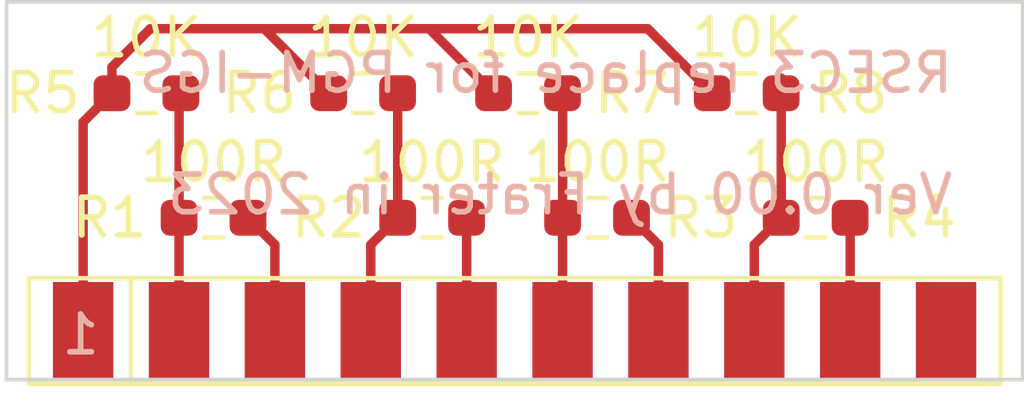
<source format=kicad_pcb>
(kicad_pcb (version 20221018) (generator pcbnew)
  (layers (0 "F.Cu" signal) (31 "B.Cu" signal) (34 "B.Paste" user) (35 "F.Paste" user) (36 "B.SilkS" user "B.Silkscreen") (37 "F.SilkS" user "F.Silkscreen") (38 "B.Mask" user) (39 "F.Mask" user) (44 "Edge.Cuts" user))
  (net 0 "")
  (net 1 "Net-(RSEC1-Input1)")
  (net 2 "Net-(RSEC1-Output1)")
  (net 3 "Net-(RSEC1-Input2)")
  (net 4 "Net-(RSEC1-Output2)")
  (net 5 "Net-(RSEC1-Input3)")
  (net 6 "Net-(RSEC1-Output3)")
  (net 7 "Net-(RSEC1-Input4)")
  (net 8 "Net-(RSEC1-Output4)")
  (net 9 "Net-(RSEC1-VCC)")
  (footprint "frater_Custom_Library:R_0603_1608Metric_Pad0.98x0.95mm_HandSolder_CUSTOM" (layer "F.Cu") (at 136.9587 74.2)
    (fp_text reference "R8" (at 1.6764 0) (layer "F.SilkS") (effects (justify left)))
    (fp_text value "10K" (at 0 -1.4732) (layer "F.SilkS"))
    (fp_line (start -0.254724 -0.5225) (end 0.254724 -0.5225) (stroke (width 0.12)) (layer "F.SilkS"))
    (fp_line (start -0.254724 0.5225) (end 0.254724 0.5225) (stroke (width 0.12)) (layer "F.SilkS"))
    (pad "1" smd roundrect (at -0.9125 0) (size 0.975 0.95) (layers "F.Cu" "F.Paste" "F.Mask") (net 9 "Net-(RSEC1-VCC)"))
    (pad "2" smd roundrect (at 0.9125 0) (size 0.975 0.95) (layers "F.Cu" "F.Paste" "F.Mask") (net 7 "Net-(RSEC1-Input4)"))
  )
  (footprint "frater_Custom_Library:R_0603_1608Metric_Pad0.98x0.95mm_HandSolder_CUSTOM" (layer "F.Cu") (at 132.9944 77.5)
    (fp_text reference "R3" (at 1.6764 0) (layer "F.SilkS") (effects (justify left)))
    (fp_text value "100R" (at 0 -1.4732) (layer "F.SilkS"))
    (fp_line (start -0.254724 -0.5225) (end 0.254724 -0.5225) (stroke (width 0.12)) (layer "F.SilkS"))
    (fp_line (start -0.254724 0.5225) (end 0.254724 0.5225) (stroke (width 0.12)) (layer "F.SilkS"))
    (pad "1" smd roundrect (at -0.9125 0) (size 0.975 0.95) (layers "F.Cu" "F.Paste" "F.Mask") (net 5 "Net-(RSEC1-Input3)"))
    (pad "2" smd roundrect (at 0.9125 0) (size 0.975 0.95) (layers "F.Cu" "F.Paste" "F.Mask") (net 6 "Net-(RSEC1-Output3)"))
  )
  (footprint "frater_Custom_Library:RSEC3_PCB_Custom" (layer "F.Cu") (at 119.38 80.5)
    (fp_text reference "RSEC1" hide)
    (fp_text value "" hide)
    (fp_line (start -1.44 -1.4) (end -1.44 1.4) (stroke (width 0.12)) (layer "F.SilkS"))
    (fp_line (start -1.44 1.4) (end 24.3 1.4) (stroke (width 0.12)) (layer "F.SilkS"))
    (fp_line (start 1.27 -1.4) (end 1.27 1.4) (stroke (width 0.12)) (layer "F.SilkS"))
    (fp_line (start 24.3 -1.4) (end -1.44 -1.4) (stroke (width 0.12)) (layer "F.SilkS"))
    (fp_line (start 24.3 1.4) (end 24.3 -1.4) (stroke (width 0.12)) (layer "F.SilkS"))
    (pad "1" smd rect (at 0 0) (size 1.6 2.6) (layers "F.Cu" "F.Paste" "F.Mask") (net 9 "Net-(RSEC1-VCC)"))
    (pad "2" smd rect (at 2.54 0) (size 1.6 2.6) (layers "F.Cu" "F.Paste" "F.Mask") (net 1 "Net-(RSEC1-Input1)"))
    (pad "3" smd rect (at 5.08 0) (size 1.6 2.6) (layers "F.Cu" "F.Paste" "F.Mask") (net 2 "Net-(RSEC1-Output1)"))
    (pad "4" smd rect (at 7.62 0) (size 1.6 2.6) (layers "F.Cu" "F.Paste" "F.Mask") (net 3 "Net-(RSEC1-Input2)"))
    (pad "5" smd rect (at 10.16 0) (size 1.6 2.6) (layers "F.Cu" "F.Paste" "F.Mask") (net 4 "Net-(RSEC1-Output2)"))
    (pad "6" smd rect (at 12.7 0) (size 1.6 2.6) (layers "F.Cu" "F.Paste" "F.Mask") (net 5 "Net-(RSEC1-Input3)"))
    (pad "7" smd rect (at 15.24 0) (size 1.6 2.6) (layers "F.Cu" "F.Paste" "F.Mask") (net 6 "Net-(RSEC1-Output3)"))
    (pad "8" smd rect (at 17.78 0) (size 1.6 2.6) (layers "F.Cu" "F.Paste" "F.Mask") (net 7 "Net-(RSEC1-Input4)"))
    (pad "9" smd rect (at 20.32 0) (size 1.6 2.6) (layers "F.Cu" "F.Paste" "F.Mask") (net 8 "Net-(RSEC1-Output4)"))
    (pad "10" smd rect (at 22.86 0) (size 1.6 2.6) (layers "F.Cu" "F.Paste" "F.Mask"))
  )
  (footprint "frater_Custom_Library:R_0603_1608Metric_Pad0.98x0.95mm_HandSolder_CUSTOM" (layer "F.Cu") (at 126.7968 74.2)
    (fp_text reference "R6" (at -1.6764 0) (layer "F.SilkS") (effects (justify right)))
    (fp_text value "10K" (at 0 -1.4732) (layer "F.SilkS"))
    (fp_line (start -0.254724 -0.5225) (end 0.254724 -0.5225) (stroke (width 0.12)) (layer "F.SilkS"))
    (fp_line (start -0.254724 0.5225) (end 0.254724 0.5225) (stroke (width 0.12)) (layer "F.SilkS"))
    (pad "1" smd roundrect (at -0.9125 0) (size 0.975 0.95) (layers "F.Cu" "F.Paste" "F.Mask") (net 9 "Net-(RSEC1-VCC)"))
    (pad "2" smd roundrect (at 0.9125 0) (size 0.975 0.95) (layers "F.Cu" "F.Paste" "F.Mask") (net 3 "Net-(RSEC1-Input2)"))
  )
  (footprint "frater_Custom_Library:R_0603_1608Metric_Pad0.98x0.95mm_HandSolder_CUSTOM" (layer "F.Cu") (at 131.1656 74.2)
    (fp_text reference "R7" (at 1.6764 0) (layer "F.SilkS") (effects (justify left)))
    (fp_text value "10K" (at 0 -1.4732) (layer "F.SilkS"))
    (fp_line (start -0.254724 -0.5225) (end 0.254724 -0.5225) (stroke (width 0.12)) (layer "F.SilkS"))
    (fp_line (start -0.254724 0.5225) (end 0.254724 0.5225) (stroke (width 0.12)) (layer "F.SilkS"))
    (pad "1" smd roundrect (at -0.9125 0) (size 0.975 0.95) (layers "F.Cu" "F.Paste" "F.Mask") (net 9 "Net-(RSEC1-VCC)"))
    (pad "2" smd roundrect (at 0.9125 0) (size 0.975 0.95) (layers "F.Cu" "F.Paste" "F.Mask") (net 5 "Net-(RSEC1-Input3)"))
  )
  (footprint "frater_Custom_Library:R_0603_1608Metric_Pad0.98x0.95mm_HandSolder_CUSTOM" (layer "F.Cu") (at 138.7856 77.5)
    (fp_text reference "R4" (at 1.6764 0) (layer "F.SilkS") (effects (justify left)))
    (fp_text value "100R" (at 0 -1.4732) (layer "F.SilkS"))
    (fp_line (start -0.254724 -0.5225) (end 0.254724 -0.5225) (stroke (width 0.12)) (layer "F.SilkS"))
    (fp_line (start -0.254724 0.5225) (end 0.254724 0.5225) (stroke (width 0.12)) (layer "F.SilkS"))
    (pad "1" smd roundrect (at -0.9125 0) (size 0.975 0.95) (layers "F.Cu" "F.Paste" "F.Mask") (net 7 "Net-(RSEC1-Input4)"))
    (pad "2" smd roundrect (at 0.9125 0) (size 0.975 0.95) (layers "F.Cu" "F.Paste" "F.Mask") (net 8 "Net-(RSEC1-Output4)"))
  )
  (footprint "frater_Custom_Library:R_0603_1608Metric_Pad0.98x0.95mm_HandSolder_CUSTOM" (layer "F.Cu") (at 122.8344 77.5)
    (fp_text reference "R1" (at -1.6764 0) (layer "F.SilkS") (effects (justify right)))
    (fp_text value "100R" (at 0 -1.4732) (layer "F.SilkS"))
    (fp_line (start -0.254724 -0.5225) (end 0.254724 -0.5225) (stroke (width 0.12)) (layer "F.SilkS"))
    (fp_line (start -0.254724 0.5225) (end 0.254724 0.5225) (stroke (width 0.12)) (layer "F.SilkS"))
    (pad "1" smd roundrect (at -0.9125 0) (size 0.975 0.95) (layers "F.Cu" "F.Paste" "F.Mask") (net 1 "Net-(RSEC1-Input1)"))
    (pad "2" smd roundrect (at 0.9125 0) (size 0.975 0.95) (layers "F.Cu" "F.Paste" "F.Mask") (net 2 "Net-(RSEC1-Output1)"))
  )
  (footprint "frater_Custom_Library:R_0603_1608Metric_Pad0.98x0.95mm_HandSolder_CUSTOM" (layer "F.Cu") (at 128.6256 77.5)
    (fp_text reference "R2" (at -1.6764 0) (layer "F.SilkS") (effects (justify right)))
    (fp_text value "100R" (at 0 -1.4732) (layer "F.SilkS"))
    (fp_line (start -0.254724 -0.5225) (end 0.254724 -0.5225) (stroke (width 0.12)) (layer "F.SilkS"))
    (fp_line (start -0.254724 0.5225) (end 0.254724 0.5225) (stroke (width 0.12)) (layer "F.SilkS"))
    (pad "1" smd roundrect (at -0.9125 0) (size 0.975 0.95) (layers "F.Cu" "F.Paste" "F.Mask") (net 3 "Net-(RSEC1-Input2)"))
    (pad "2" smd roundrect (at 0.9125 0) (size 0.975 0.95) (layers "F.Cu" "F.Paste" "F.Mask") (net 4 "Net-(RSEC1-Output2)"))
  )
  (footprint "frater_Custom_Library:R_0603_1608Metric_Pad0.98x0.95mm_HandSolder_CUSTOM" (layer "F.Cu") (at 121.0564 74.2)
    (fp_text reference "R5" (at -1.6764 0) (layer "F.SilkS") (effects (justify right)))
    (fp_text value "10K" (at 0 -1.4732) (layer "F.SilkS"))
    (fp_line (start -0.254724 -0.5225) (end 0.254724 -0.5225) (stroke (width 0.12)) (layer "F.SilkS"))
    (fp_line (start -0.254724 0.5225) (end 0.254724 0.5225) (stroke (width 0.12)) (layer "F.SilkS"))
    (pad "1" smd roundrect (at -0.9125 0) (size 0.975 0.95) (layers "F.Cu" "F.Paste" "F.Mask") (net 9 "Net-(RSEC1-VCC)"))
    (pad "2" smd roundrect (at 0.9125 0) (size 0.975 0.95) (layers "F.Cu" "F.Paste" "F.Mask") (net 1 "Net-(RSEC1-Input1)"))
  )
  (gr_rect (start 117.348 71.7804) (end 144.272 81.788) (stroke (width 0.1)) (fill none) (layer "Edge.Cuts"))
  (gr_text "1" (at 119.888 81.1784) (layer "B.SilkS") (effects (font (size 1 1)) (justify left bottom mirror)))
  (gr_text "RSEC3 replace for PGM-IGS\n\nVer 0.00 by Frater in 2023" (at 142.494 77.47) (layer "B.SilkS") (effects (font (size 1 1)) (justify left bottom mirror)))
  (segment (start 121.92 80.3148) (end 121.92 77.5019) (width 0.25) (layer "F.Cu") (net 1))
  (segment (start 121.9219 77.5) (end 121.9219 74.247) (width 0.25) (layer "F.Cu") (net 1))
  (segment (start 121.9219 74.247) (end 121.9689 74.2) (width 0.25) (layer "F.Cu") (net 1))
  (segment (start 121.92 77.5019) (end 121.9219 77.5) (width 0.25) (layer "F.Cu") (net 1))
  (segment (start 124.46 80.3148) (end 124.46 78.2131) (width 0.25) (layer "F.Cu") (net 2))
  (segment (start 124.46 78.2131) (end 123.7469 77.5) (width 0.25) (layer "F.Cu") (net 2))
  (segment (start 127 78.2131) (end 127.7131 77.5) (width 0.25) (layer "F.Cu") (net 3))
  (segment (start 127.7131 77.5) (end 127.7131 74.2038) (width 0.25) (layer "F.Cu") (net 3))
  (segment (start 127.7131 74.2038) (end 127.7093 74.2) (width 0.25) (layer "F.Cu") (net 3))
  (segment (start 127 80.3148) (end 127 78.2131) (width 0.25) (layer "F.Cu") (net 3))
  (segment (start 129.54 80.3148) (end 129.54 77.5019) (width 0.25) (layer "F.Cu") (net 4))
  (segment (start 129.54 77.5019) (end 129.5381 77.5) (width 0.25) (layer "F.Cu") (net 4))
  (segment (start 132.0819 77.5) (end 132.0819 74.2038) (width 0.25) (layer "F.Cu") (net 5))
  (segment (start 132.08 77.5019) (end 132.0819 77.5) (width 0.25) (layer "F.Cu") (net 5))
  (segment (start 132.0819 74.2038) (end 132.0781 74.2) (width 0.25) (layer "F.Cu") (net 5))
  (segment (start 132.08 80.3148) (end 132.08 77.5019) (width 0.25) (layer "F.Cu") (net 5))
  (segment (start 134.62 78.2131) (end 133.9069 77.5) (width 0.25) (layer "F.Cu") (net 6))
  (segment (start 134.62 80.3148) (end 134.62 78.2131) (width 0.25) (layer "F.Cu") (net 6))
  (segment (start 137.8731 77.5) (end 137.8731 74.2019) (width 0.25) (layer "F.Cu") (net 7))
  (segment (start 137.8731 73.8019) (end 137.8712 73.8) (width 0.25) (layer "F.Cu") (net 7))
  (segment (start 137.16 78.2131) (end 137.8731 77.5) (width 0.25) (layer "F.Cu") (net 7))
  (segment (start 137.16 80.3148) (end 137.16 78.2131) (width 0.25) (layer "F.Cu") (net 7))
  (segment (start 137.8731 74.2019) (end 137.8712 74.2) (width 0.25) (layer "F.Cu") (net 7))
  (segment (start 139.7 77.5019) (end 139.6981 77.5) (width 0.25) (layer "F.Cu") (net 8))
  (segment (start 139.7 80.3148) (end 139.7 77.5019) (width 0.25) (layer "F.Cu") (net 8))
  (segment (start 120.1439 73.5057) (end 120.1439 74.2) (width 0.25) (layer "F.Cu") (net 9))
  (segment (start 128.5447 72.4916) (end 130.2531 74.2) (width 0.25) (layer "F.Cu") (net 9))
  (segment (start 119.38 74.9639) (end 120.1439 74.2) (width 0.25) (layer "F.Cu") (net 9))
  (segment (start 121.158 72.4916) (end 124.206 72.4916) (width 0.25) (layer "F.Cu") (net 9))
  (segment (start 124.206 72.4916) (end 134.3378 72.4916) (width 0.25) (layer "F.Cu") (net 9))
  (segment (start 124.206 72.5217) (end 124.206 72.4916) (width 0.25) (layer "F.Cu") (net 9))
  (segment (start 119.38 80.3148) (end 119.38 74.9639) (width 0.25) (layer "F.Cu") (net 9))
  (segment (start 134.3378 72.4916) (end 136.0462 74.2) (width 0.25) (layer "F.Cu") (net 9))
  (segment (start 125.8843 74.2) (end 124.206 72.5217) (width 0.25) (layer "F.Cu") (net 9))
  (segment (start 121.158 72.4916) (end 120.1439 73.5057) (width 0.25) (layer "F.Cu") (net 9))
)
</source>
